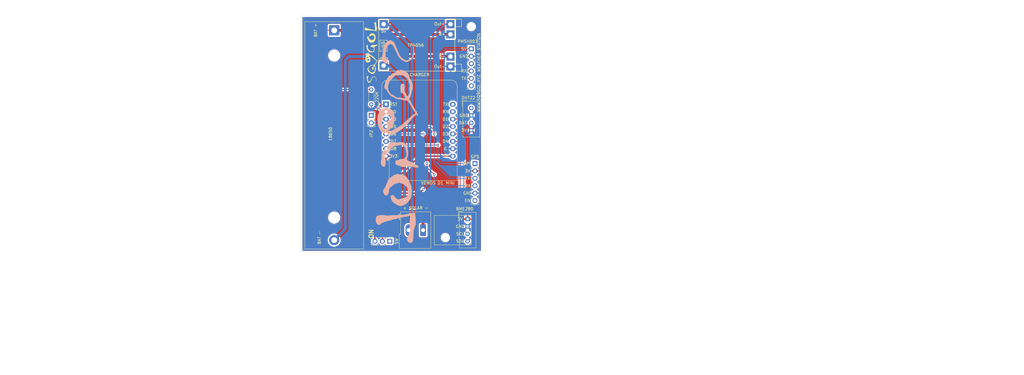
<source format=kicad_pcb>
(kicad_pcb (version 20171130) (host pcbnew "(5.1.4)-1")
  (layers (0 F.Cu signal) (31 B.Cu signal) (34 B.Paste user) (35 F.Paste user) (36 B.SilkS user hide) (37 F.SilkS user) (38 B.Mask user) (39 F.Mask user) (44 Edge.Cuts user))
  (net 0 "")
  (net 1 /GND)
  (net 2 /3V3)
  (module Connector_PinHeader_2.54mm:PinHeader_1x06_P2.54mm_Vertical (layer F.Cu) (at 154.94 68.58)
    (fp_text reference PMSX003 (at -1.27 -2.54) (layer F.SilkS))
    (fp_text value PinHeader_1x06_P2.54mm_Vertical)
    (pad 6 thru_hole oval (at 0 12.7) (size 1.7 1.7) (drill 1) (layers *.Cu *.Mask))
    (pad 5 thru_hole oval (at 0 10.16) (size 1.7 1.7) (drill 1) (layers *.Cu *.Mask))
    (pad 4 thru_hole oval (at 0 7.62) (size 1.7 1.7) (drill 1) (layers *.Cu *.Mask))
    (pad 3 thru_hole oval (at 0 5.08) (size 1.7 1.7) (drill 1) (layers *.Cu *.Mask))
    (pad 2 thru_hole oval (at 0 2.54) (size 1.7 1.7) (drill 1) (layers *.Cu *.Mask) (net 1 /GND))
    (pad 1 thru_hole rect (at 0 0) (size 1.7 1.7) (drill 1) (layers *.Cu *.Mask))
  )
  (module Connector_PinHeader_2.54mm:PinHeader_1x06_P2.54mm_Vertical (layer F.Cu) (at 156.21 107.95)
    (fp_text reference GPS (at 0 -2.33) (layer F.SilkS))
    (fp_text value PinHeader_1x06_P2.54mm_Vertical)
    (pad 6 thru_hole oval (at 0 12.7) (size 1.7 1.7) (drill 1) (layers *.Cu *.Mask))
    (pad 5 thru_hole oval (at 0 10.16) (size 1.7 1.7) (drill 1) (layers *.Cu *.Mask) (net 1 /GND))
    (pad 4 thru_hole oval (at 0 7.62) (size 1.7 1.7) (drill 1) (layers *.Cu *.Mask))
    (pad 3 thru_hole oval (at 0 5.08) (size 1.7 1.7) (drill 1) (layers *.Cu *.Mask))
    (pad 2 thru_hole oval (at 0 2.54) (size 1.7 1.7) (drill 1) (layers *.Cu *.Mask) (net 2 /3V3))
    (pad 1 thru_hole rect (at 0 0) (size 1.7 1.7) (drill 1) (layers *.Cu *.Mask))
  )
  (module Sensor:Aosong_DHT11_5.5x12.0_P2.54mm (layer F.Cu) (at 154.94 88.9)
    (fp_text reference DHT22 (at -1 -3.5) (layer F.SilkS))
    (fp_text value Aosong_DHT11_5.5x12.0_P2.54mm)
    (pad 4 thru_hole circle (at 0 7.62) (size 1.5 1.5) (drill 0.8) (layers *.Cu *.Mask) (net 2 /3V3))
    (pad 3 thru_hole circle (at 0 5.08) (size 1.5 1.5) (drill 0.8) (layers *.Cu *.Mask))
    (pad 2 thru_hole circle (at 0 2.54) (size 1.5 1.5) (drill 0.8) (layers *.Cu *.Mask) (net 1 /GND))
    (pad 1 thru_hole circle (at 0 0) (size 1.5 1.5) (drill 0.8) (layers *.Cu *.Mask))
  )
  (module MountingHole:MountingHole_2.2mm_M2 (layer F.Cu) (at 146.05 133.35)
    (fp_text reference REF** hide)
    (fp_text value MountingHole_2.2mm_M2)
    (pad 1 np_thru_hole circle (at 0 0) (size 2.2 2.2) (drill 2.2) (layers *.Cu *.Mask))
  )
  (module "" (layer F.Cu) (at 189.23 119.38)
    (fp_text reference "" (at 154.94 60.96) (layer F.SilkS) (effects (font (size 1.27 1.27))))
    (fp_text value "" (at 154.94 60.96) (layer F.SilkS) (effects (font (size 1.27 1.27))))
  )
  (module MountingHole:MountingHole_2.2mm_M2 (layer F.Cu) (at 154.94 60.96)
    (fp_text reference REF** hide)
    (fp_text value MountingHole_2.2mm_M2)
    (pad 1 np_thru_hole circle (at 0 0) (size 2.2 2.2) (drill 2.2) (layers *.Cu *.Mask))
  )
  (module Connector_PinSocket_2.54mm:PinSocket_1x02_P2.54mm_Vertical (layer F.Cu) (at 120.65 91.44)
    (fp_text reference REF** hide)
    (fp_text value PinSocket_1x02_P2.54mm_Vertical)
    (pad 2 thru_hole oval (at 0 2.54) (size 1.7 1.7) (drill 1) (layers *.Cu *.Mask))
    (pad 1 thru_hole rect (at 0 0) (size 1.7 1.7) (drill 1) (layers *.Cu *.Mask))
  )
  (module Connector_PinHeader_2.54mm:PinHeader_1x03_P2.54mm_Vertical (layer F.Cu) (at 127 134.62 270)
    (fp_text reference SW (at 0 -2.33 90) (layer F.SilkS))
    (fp_text value PinHeader_1x03_P2.54mm_Vertical)
    (pad 3 thru_hole oval (at 0 5.08 270) (size 1.7 1.7) (drill 1) (layers *.Cu *.Mask))
    (pad 2 thru_hole oval (at 0 2.54 270) (size 1.7 1.7) (drill 1) (layers *.Cu *.Mask))
    (pad 1 thru_hole rect (at 0 0 270) (size 1.7 1.7) (drill 1) (layers *.Cu *.Mask))
  )
  (module Sensor:A2 (layer B.Cu) (at 129.54 100.33 270)
    (fp_text reference G*** hide)
    (fp_text value LOGO hide)
  )
  (module Sensor:A1 (layer F.Cu) (at 120.65 69.85 90)
    (fp_text reference G*** hide)
    (fp_text value LOGO hide)
  )
  (module Module:WEMOS_D1_mini_light (layer F.Cu) (at 125.73 87.63)
    (fp_text reference "VEMOS D1 MINI" (at 17.78 27) (layer F.SilkS))
    (fp_text value WEMOS_D1_mini_light)
    (pad 16 thru_hole oval (at 22.86 0) (size 2 1.6) (drill 1) (layers *.Cu *.Mask))
    (pad 15 thru_hole oval (at 22.86 2.54) (size 2 1.6) (drill 1) (layers *.Cu *.Mask))
    (pad 14 thru_hole oval (at 22.86 5.08) (size 2 1.6) (drill 1) (layers *.Cu *.Mask))
    (pad 13 thru_hole oval (at 22.86 7.62) (size 2 1.6) (drill 1) (layers *.Cu *.Mask))
    (pad 12 thru_hole oval (at 22.86 10.16) (size 2 1.6) (drill 1) (layers *.Cu *.Mask))
    (pad 11 thru_hole oval (at 22.86 12.7) (size 2 1.6) (drill 1) (layers *.Cu *.Mask))
    (pad 10 thru_hole oval (at 22.86 15.24) (size 2 1.6) (drill 1) (layers *.Cu *.Mask) (net 1 /GND))
    (pad 9 thru_hole oval (at 22.86 17.78) (size 2 1.6) (drill 1) (layers *.Cu *.Mask))
    (pad 8 thru_hole oval (at 0 17.78) (size 2 1.6) (drill 1) (layers *.Cu *.Mask) (net 2 /3V3))
    (pad 7 thru_hole oval (at 0 15.24) (size 2 1.6) (drill 1) (layers *.Cu *.Mask))
    (pad 6 thru_hole oval (at 0 12.7) (size 2 1.6) (drill 1) (layers *.Cu *.Mask))
    (pad 5 thru_hole oval (at 0 10.16) (size 2 1.6) (drill 1) (layers *.Cu *.Mask))
    (pad 4 thru_hole oval (at 0 7.62) (size 2 1.6) (drill 1) (layers *.Cu *.Mask))
    (pad 3 thru_hole oval (at 0 5.08) (size 2 1.6) (drill 1) (layers *.Cu *.Mask))
    (pad 1 thru_hole rect (at 0 0) (size 2 2) (drill 1) (layers *.Cu *.Mask))
    (pad 2 thru_hole oval (at 0 2.54) (size 2 1.6) (drill 1) (layers *.Cu *.Mask))
  )
  (module Battery:BatteryHolder_MPD_BH-18650-PC2 (layer F.Cu) (at 107.95 62.23 270)
    (fp_text reference "BAT +" (at 0 6.35 90) (layer F.SilkS))
    (fp_text value BatteryHolder_MPD_BH-18650-PC2)
    (fp_text user "BAT -" (at 71.12 5.08 90) (layer F.SilkS))
    (pad "" np_thru_hole circle (at 64.255 0 270) (size 3.2 3.2) (drill 3.2) (layers *.Cu *.Mask))
    (pad "" np_thru_hole circle (at 8.645 0 270) (size 3.2 3.2) (drill 3.2) (layers *.Cu *.Mask))
    (pad 1 thru_hole rect (at 0 0 270) (size 3.5 3.5) (drill 2) (layers *.Cu *.Mask))
    (pad 2 thru_hole circle (at 72 0 270) (size 3.5 3.5) (drill 2) (layers *.Cu *.Mask))
  )
  (module "" (layer F.Cu) (at 96.52 52.07)
    (fp_text reference "" (at -6.35 77.47) (layer F.SilkS) (effects (font (size 1.27 1.27))))
    (fp_text value "" (at -6.35 77.47) (layer F.SilkS) (effects (font (size 1.27 1.27))))
  )
  (module "" (layer F.Cu) (at -6.35 77.47)
    (fp_text reference "" (at 107.95 62.23) (layer F.SilkS) (effects (font (size 1.27 1.27))))
    (fp_text value "" (at 107.95 62.23) (layer F.SilkS) (effects (font (size 1.27 1.27))))
  )
  (module Sensor:Aosong_DHT11_5.5x12.0_P2.54mm (layer F.Cu) (at 153.67 127)
    (fp_text reference BME280 (at -1 -3.5) (layer F.SilkS))
    (fp_text value Aosong_DHT11_5.5x12.0_P2.54mm)
    (pad 4 thru_hole circle (at 0 7.62) (size 1.5 1.5) (drill 0.8) (layers *.Cu *.Mask))
    (pad 3 thru_hole circle (at 0 5.08) (size 1.5 1.5) (drill 0.8) (layers *.Cu *.Mask))
    (pad 2 thru_hole circle (at 0 2.54) (size 1.5 1.5) (drill 0.8) (layers *.Cu *.Mask) (net 1 /GND))
    (pad 1 thru_hole rect (at 0 0) (size 1.5 1.5) (drill 0.8) (layers *.Cu *.Mask) (net 2 /3V3))
  )
  (module TP:TP4056-18650 (layer F.Cu) (at 123.19 58.42)
    (fp_text reference CHARGER (at 13.97 19.05) (layer F.SilkS))
    (fp_text value TP4056-18650)
    (fp_text user TP4056 (at 12.7 8.9) (layer F.SilkS))
    (fp_text user GND (at 1.8 13.7) (layer F.SilkS))
    (fp_text user 5v (at 1.7 4.1) (layer F.SilkS))
    (fp_text user B+ (at 21.7 5.1) (layer F.SilkS))
    (fp_text user B- (at 21.7 12.7) (layer F.SilkS))
    (fp_text user Out+ (at 20.9 1.6) (layer F.SilkS))
    (fp_text user Out- (at 20.9 16.2) (layer F.SilkS))
    (fp_text user USB (at 1.6 9.1 90) (layer F.SilkS))
    (fp_text user - (at 4 16.8) (layer F.SilkS))
    (fp_text user + (at 3.9 1.6) (layer F.SilkS))
    (pad 6 thru_hole rect (at 24.6 12.8) (size 2.8 2.8) (drill 1.54) (layers *.Cu *.Mask))
    (pad 5 thru_hole rect (at 24.6 5.2) (size 2.8 2.8) (drill 1.54) (layers *.Cu *.Mask))
    (pad 4 thru_hole rect (at 24.6 16.2) (size 2.8 2.8) (drill 1.54) (layers *.Cu *.Mask) (net 1 /GND))
    (pad 3 thru_hole rect (at 24.6 1.7) (size 2.8 2.8) (drill 1.54) (layers *.Cu *.Mask))
    (pad 2 thru_hole rect (at 1.7 15.9) (size 2.8 2.8) (drill 1.54) (layers *.Cu *.Mask))
    (pad 1 thru_hole rect (at 1.7 1.7) (size 2.8 2.8) (drill 1.54) (layers *.Cu *.Mask))
  )
  (module TerminalBlock:TerminalBlock_Altech_AK300-2_P5.00mm (layer F.Cu) (at 138.43 130.81 180)
    (fp_text reference "+ SOLAR -" (at 2.54 7.62) (layer F.SilkS))
    (fp_text value TerminalBlock_Altech_AK300-2_P5.00mm)
    (pad 2 thru_hole oval (at 5 0 180) (size 1.98 3.96) (drill 1.32) (layers *.Cu *.Mask))
    (pad 1 thru_hole rect (at 0 0 180) (size 1.98 3.96) (drill 1.32) (layers *.Cu *.Mask))
  )
  (module Resistor_THT:R_Axial_DIN0204_L3.6mm_D1.6mm_P5.08mm_Horizontal (layer F.Cu) (at 120.65 82.55 270)
    (fp_text reference 220K (at 2.54 -1.92 90) (layer F.SilkS))
    (fp_text value JP2 (at 15.24 0 90) (layer F.SilkS))
    (pad 2 thru_hole oval (at 5.08 0 270) (size 1.4 1.4) (drill 0.7) (layers *.Cu *.Mask))
    (pad 1 thru_hole circle (at 0 0 270) (size 1.4 1.4) (drill 0.7) (layers *.Cu *.Mask))
  )
  (gr_text EN (at 153.67 120.65) (layer F.SilkS) (effects (font (size 1 1))))
  (gr_text GND (at 153.67 118.11) (layer F.SilkS) (effects (font (size 1 1))))
  (gr_text RX (at 153.67 115.57) (layer F.SilkS) (effects (font (size 1 1))))
  (gr_text TX (at 153.67 113.03) (layer F.SilkS) (effects (font (size 1 1))))
  (gr_text 3V (at 153.67 110.49) (layer F.SilkS) (effects (font (size 1 1))))
  (gr_text PPS (at 153.67 107.95) (layer F.SilkS) (effects (font (size 1 1))))
  (gr_text TX (at 152.4 78.74) (layer F.SilkS) (effects (font (size 1 1))))
  (gr_text RX (at 152.4 76.2) (layer F.SilkS) (effects (font (size 1 1))))
  (gr_text GND (at 152.4 71.12) (layer F.SilkS) (effects (font (size 1 1))))
  (gr_text 5V (at 152.4 68.58) (layer F.SilkS) (effects (font (size 1 1))))
  (gr_text SDA (at 151.13 134.62) (layer F.SilkS) (effects (font (size 1 1))))
  (gr_text SCL (at 151.13 132.08) (layer F.SilkS) (effects (font (size 1 1))))
  (gr_text GND (at 151.13 129.54) (layer F.SilkS) (effects (font (size 1 1))))
  (gr_text 3V (at 151.13 127) (layer F.SilkS) (effects (font (size 1 1))))
  (gr_text 3V (at 152.4 96.52) (layer F.SilkS) (effects (font (size 1 1))))
  (gr_text DATA (at 152.4 93.98) (layer F.SilkS) (effects (font (size 1 1))))
  (gr_text GND (at 152.4 91.44) (layer F.SilkS) (effects (font (size 1 1))))
  (gr_line (start 158.75 57.15) (end 96.52 57.15) (layer Edge.Cuts) (width 0.05))
  (gr_line (start 158.75 138.43) (end 158.75 57.15) (layer Edge.Cuts) (width 0.05))
  (gr_line (start 96.52 138.43) (end 158.75 138.43) (layer Edge.Cuts) (width 0.05))
  (gr_line (start 96.52 57.15) (end 96.52 138.43) (layer Edge.Cuts) (width 0.05))
  (gr_text "WEATHER STATION" (at 157.48 69.85 90) (layer F.SilkS) (effects (font (size 1 1))))
  (gr_text WWW.SQ9GOL.XYZ (at 157.48 83.82 90) (layer F.SilkS) (effects (font (size 1 1))))
  (gr_text D8 (at 128.27 102.87) (layer F.SilkS) (effects (font (size 1 1))))
  (gr_text 18650 (at 106.68 97.79 90) (layer F.SilkS) (effects (font (size 1 1))))
  (gr_text 5V (at 146.05 105.41) (layer F.SilkS) (effects (font (size 1 1))))
  (gr_text G (at 146.05 102.87) (layer F.SilkS) (effects (font (size 1 1))))
  (gr_text D4 (at 146.05 100.33) (layer F.SilkS) (effects (font (size 1 1))))
  (gr_text D3 (at 146.05 97.79) (layer F.SilkS) (effects (font (size 1 1))))
  (gr_text D2 (at 146.05 95.25) (layer F.SilkS) (effects (font (size 1 1))))
  (gr_text D1 (at 146.05 92.71) (layer F.SilkS) (effects (font (size 1 1))))
  (gr_text RX (at 146.05 90.17) (layer F.SilkS) (effects (font (size 1 1))))
  (gr_text TX (at 146.05 87.63) (layer F.SilkS) (effects (font (size 1 1))))
  (gr_text 3V3 (at 128.27 105.41) (layer F.SilkS) (effects (font (size 1 1))))
  (gr_text D7 (at 128.27 100.33) (layer F.SilkS) (effects (font (size 1 1))))
  (gr_text D6 (at 128.27 97.79) (layer F.SilkS) (effects (font (size 1 1))))
  (gr_text D5 (at 128.27 95.25) (layer F.SilkS) (effects (font (size 1 1))))
  (gr_text D0 (at 128.27 92.71) (layer F.SilkS) (effects (font (size 1 1))))
  (gr_text A0 (at 128.27 90.17) (layer F.SilkS) (effects (font (size 1 1))))
  (gr_text RST (at 128.27 87.63) (layer F.SilkS) (effects (font (size 1 1))))
  (gr_line (start 142.24 135.89) (end 142.24 125.73) (layer F.SilkS) (width 0.12))
  (gr_line (start 154.94 135.89) (end 142.24 135.89) (layer F.SilkS) (width 0.12))
  (gr_line (start 154.94 125.73) (end 154.94 135.89) (layer F.SilkS) (width 0.12))
  (gr_line (start 142.24 125.73) (end 154.94 125.73) (layer F.SilkS) (width 0.12))
  (gr_text ON (at 120.65 132.08 -270) (layer F.SilkS) (effects (font (size 1.5 1.5) (thickness 0.3))))
  (segment (start 134.62 68.2) (end 134.62 129.62) (width 1) (layer B.Cu) (net 0))
  (segment (start 124.89 60.12) (end 126.54 60.12) (width 1) (layer B.Cu) (net 0))
  (segment (start 126.54 60.12) (end 134.62 68.2) (width 1) (layer B.Cu) (net 0))
  (via (at 132.08 120.65) (size 0.8) (drill 0.4) (layers F.Cu B.Cu) (net 0))
  (segment (start 132.08 80.01) (end 132.08 120.65) (width 1) (layer B.Cu) (net 0))
  (segment (start 132.08 120.65) (end 132.08 123.19) (width 1) (layer F.Cu) (net 0))
  (segment (start 132.08 123.19) (end 133.35 124.46) (width 1) (layer F.Cu) (net 0))
  (segment (start 133.35 124.46) (end 137.16 124.46) (width 1) (layer F.Cu) (net 0))
  (segment (start 137.16 124.46) (end 138.43 125.73) (width 1) (layer F.Cu) (net 0))
  (segment (start 138.43 125.73) (end 138.43 130.81) (width 1) (layer F.Cu) (net 0))
  (segment (start 134.62 129.62) (end 133.43 130.81) (width 1) (layer B.Cu) (net 0))
  (segment (start 132.08 79.86) (end 132.08 80.01) (width 0.25) (layer B.Cu) (net 0))
  (segment (start 126.54 74.32) (end 132.08 79.86) (width 1) (layer B.Cu) (net 0))
  (segment (start 124.89 74.32) (end 126.54 74.32) (width 1) (layer B.Cu) (net 0))
  (segment (start 147.69 71.12) (end 147.79 71.22) (width 1) (layer F.Cu) (net 0))
  (segment (start 148.59 105.41) (end 137.16 105.41) (width 0.5) (layer F.Cu) (net 0))
  (segment (start 121.92 120.65) (end 121.92 134.62) (width 0.5) (layer F.Cu) (net 0))
  (segment (start 137.16 105.41) (end 121.92 120.65) (width 0.5) (layer F.Cu) (net 0))
  (segment (start 146.14 60.12) (end 140.97 65.29) (width 0.5) (layer B.Cu) (net 0))
  (segment (start 140.97 65.29) (end 140.97 114.3) (width 0.5) (layer B.Cu) (net 0))
  (via (at 138.43 116.84) (size 0.8) (drill 0.4) (layers F.Cu B.Cu) (net 0))
  (segment (start 140.97 114.3) (end 138.43 116.84) (width 0.5) (layer B.Cu) (net 0))
  (segment (start 138.43 116.84) (end 137.16 118.11) (width 0.5) (layer F.Cu) (net 0))
  (segment (start 137.16 118.11) (end 129.54 118.11) (width 0.5) (layer F.Cu) (net 0))
  (segment (start 129.54 118.11) (end 127 120.65) (width 0.5) (layer F.Cu) (net 0))
  (segment (start 107.95 62.23) (end 110.7 62.23) (width 1) (layer F.Cu) (net 0))
  (segment (start 110.7 62.23) (end 112.09 63.62) (width 1) (layer F.Cu) (net 0))
  (segment (start 107.56 62.62) (end 107.95 62.23) (width 0.25) (layer B.Cu) (net 0))
  (segment (start 107.95 62.23) (end 105.41 62.23) (width 0.25) (layer F.Cu) (net 0))
  (segment (start 105.41 62.23) (end 104.14 63.5) (width 0.25) (layer F.Cu) (net 0))
  (segment (start 107.56 134.62) (end 107.95 134.23) (width 0.25) (layer B.Cu) (net 0))
  (segment (start 111.76 130.42) (end 107.95 134.23) (width 1) (layer B.Cu) (net 0))
  (segment (start 111.76 72.39) (end 111.76 130.42) (width 1) (layer B.Cu) (net 0))
  (segment (start 112.93 71.22) (end 111.76 72.39) (width 1) (layer B.Cu) (net 0))
  (via (at 119.38 71.12) (size 0.8) (drill 0.4) (layers F.Cu B.Cu) (net 0))
  (segment (start 119.38 71.12) (end 147.69 71.12) (width 1) (layer F.Cu) (net 0))
  (segment (start 119.28 71.22) (end 119.38 71.12) (width 1) (layer B.Cu) (net 0))
  (segment (start 112.93 71.22) (end 119.28 71.22) (width 1) (layer B.Cu) (net 0))
  (segment (start 112.09 63.62) (end 147.79 63.62) (width 1) (layer F.Cu) (net 0))
  (segment (start 146.14 60.12) (end 147.79 60.12) (width 0.5) (layer B.Cu) (net 0))
  (segment (start 120.65 82.55) (end 105.41 82.55) (width 0.25) (layer F.Cu) (net 0))
  (segment (start 105.41 82.55) (end 104.14 81.28) (width 0.25) (layer F.Cu) (net 0))
  (segment (start 104.14 81.28) (end 104.14 63.5) (width 0.25) (layer F.Cu) (net 0))
  (segment (start 120.65 87.63) (end 120.65 88.9) (width 0.25) (layer F.Cu) (net 0))
  (segment (start 125.73 87.63) (end 124.46 87.63) (width 0.25) (layer B.Cu) (net 0))
  (segment (start 124.46 87.63) (end 120.65 91.44) (width 0.25) (layer B.Cu) (net 0))
  (segment (start 151.13 129.54) (end 153.67 132.08) (width 0.25) (layer F.Cu) (net 0))
  (segment (start 156.21 132.08) (end 153.67 134.62) (width 0.25) (layer F.Cu) (net 0))
  (segment (start 120.65 93.98) (end 121.92 93.98) (width 0.25) (layer B.Cu) (net 0))
  (segment (start 123.19 92.71) (end 125.73 92.71) (width 0.25) (layer B.Cu) (net 0))
  (segment (start 121.92 93.98) (end 123.19 92.71) (width 0.25) (layer B.Cu) (net 0))
  (segment (start 120.65 88.9) (end 123.19 88.9) (width 0.25) (layer F.Cu) (net 0))
  (segment (start 124.46 90.17) (end 125.73 90.17) (width 0.25) (layer F.Cu) (net 0))
  (segment (start 123.19 88.9) (end 124.46 90.17) (width 0.25) (layer F.Cu) (net 0))
  (segment (start 124.46 134.62) (end 124.46 130.81) (width 0.5) (layer F.Cu) (net 0))
  (segment (start 124.46 130.81) (end 127 128.27) (width 0.5) (layer F.Cu) (net 0))
  (segment (start 127 120.65) (end 127 128.27) (width 0.5) (layer F.Cu) (net 0))
  (segment (start 148.59 100.33) (end 149.86 100.33) (width 0.25) (layer F.Cu) (net 0))
  (segment (start 149.86 100.33) (end 151.13 101.6) (width 0.25) (layer F.Cu) (net 0))
  (segment (start 151.13 101.6) (end 151.13 129.54) (width 0.25) (layer F.Cu) (net 0))
  (segment (start 148.59 97.79) (end 149.86 97.79) (width 0.25) (layer F.Cu) (net 0))
  (segment (start 149.86 97.79) (end 152.4 100.33) (width 0.25) (layer F.Cu) (net 0))
  (segment (start 152.4 100.33) (end 152.4 123.19) (width 0.25) (layer F.Cu) (net 0))
  (segment (start 152.4 123.19) (end 153.67 124.46) (width 0.25) (layer F.Cu) (net 0))
  (segment (start 153.67 124.46) (end 154.94 124.46) (width 0.25) (layer F.Cu) (net 0))
  (segment (start 156.21 125.73) (end 156.21 132.08) (width 0.25) (layer F.Cu) (net 0))
  (segment (start 154.94 124.46) (end 156.21 125.73) (width 0.25) (layer F.Cu) (net 0))
  (segment (start 125.73 100.33) (end 128.27 100.33) (width 0.25) (layer F.Cu) (net 0))
  (segment (start 128.27 100.33) (end 129.54 101.6) (width 0.25) (layer F.Cu) (net 0))
  (via (at 143.51 101.6) (size 0.8) (drill 0.4) (layers F.Cu B.Cu) (net 0))
  (segment (start 129.54 101.6) (end 143.51 101.6) (width 0.25) (layer F.Cu) (net 0))
  (segment (start 152.4 96.52) (end 154.94 93.98) (width 0.25) (layer B.Cu) (net 0))
  (segment (start 152.4 97.79) (end 152.4 96.52) (width 0.25) (layer B.Cu) (net 0))
  (segment (start 143.51 106.68) (end 144.78 107.95) (width 0.25) (layer B.Cu) (net 0))
  (segment (start 143.51 101.6) (end 143.51 106.68) (width 0.25) (layer B.Cu) (net 0))
  (segment (start 144.78 107.95) (end 152.4 107.95) (width 0.25) (layer B.Cu) (net 0))
  (segment (start 152.4 107.95) (end 153.67 106.68) (width 0.25) (layer B.Cu) (net 0))
  (segment (start 153.67 106.68) (end 153.67 99.06) (width 0.25) (layer B.Cu) (net 0))
  (segment (start 153.67 99.06) (end 152.4 97.79) (width 0.25) (layer B.Cu) (net 0))
  (segment (start 154.94 78.74) (end 153.67 78.74) (width 0.25) (layer F.Cu) (net 0))
  (segment (start 153.67 78.74) (end 151.13 81.28) (width 0.25) (layer F.Cu) (net 0))
  (segment (start 151.13 81.28) (end 151.13 91.44) (width 0.25) (layer F.Cu) (net 0))
  (segment (start 149.86 92.71) (end 148.59 92.71) (width 0.25) (layer F.Cu) (net 0))
  (segment (start 151.13 91.44) (end 149.86 92.71) (width 0.25) (layer F.Cu) (net 0))
  (segment (start 154.94 76.2) (end 153.67 76.2) (width 0.25) (layer F.Cu) (net 0))
  (segment (start 153.67 76.2) (end 146.05 83.82) (width 0.25) (layer F.Cu) (net 0))
  (segment (start 146.05 83.82) (end 146.05 93.98) (width 0.25) (layer F.Cu) (net 0))
  (segment (start 147.32 95.25) (end 148.59 95.25) (width 0.25) (layer F.Cu) (net 0))
  (segment (start 146.05 93.98) (end 147.32 95.25) (width 0.25) (layer F.Cu) (net 0))
  (segment (start 146.05 105.41) (end 148.59 105.41) (width 0.25) (layer B.Cu) (net 0))
  (segment (start 144.78 104.14) (end 146.05 105.41) (width 0.25) (layer B.Cu) (net 0))
  (segment (start 144.78 69.85) (end 144.78 104.14) (width 0.25) (layer B.Cu) (net 0))
  (segment (start 154.94 68.58) (end 146.05 68.58) (width 0.25) (layer B.Cu) (net 0))
  (segment (start 146.05 68.58) (end 144.78 69.85) (width 0.25) (layer B.Cu) (net 0))
  (segment (start 156.21 113.03) (end 147.32 113.03) (width 0.25) (layer B.Cu) (net 0))
  (segment (start 147.32 113.03) (end 143.51 109.22) (width 0.25) (layer B.Cu) (net 0))
  (segment (start 143.51 109.22) (end 142.24 107.95) (width 0.25) (layer B.Cu) (net 0))
  (segment (start 142.24 107.95) (end 142.24 99.06) (width 0.25) (layer B.Cu) (net 0))
  (via (at 142.24 97.79) (size 0.8) (drill 0.4) (layers F.Cu B.Cu) (net 0))
  (segment (start 142.24 99.06) (end 142.24 97.79) (width 0.25) (layer B.Cu) (net 0))
  (segment (start 142.24 97.79) (end 142.24 96.52) (width 0.25) (layer F.Cu) (net 0))
  (segment (start 140.97 95.25) (end 125.73 95.25) (width 0.25) (layer F.Cu) (net 0))
  (segment (start 142.24 96.52) (end 140.97 95.25) (width 0.25) (layer F.Cu) (net 0))
  (segment (start 156.21 115.57) (end 143.51 115.57) (width 0.25) (layer B.Cu) (net 0))
  (segment (start 143.51 115.57) (end 142.24 114.3) (width 0.25) (layer B.Cu) (net 0))
  (via (at 142.24 111.76) (size 0.8) (drill 0.4) (layers F.Cu B.Cu) (net 0))
  (segment (start 142.24 114.3) (end 142.24 111.76) (width 0.25) (layer B.Cu) (net 0))
  (segment (start 142.24 111.76) (end 139.7 109.22) (width 0.25) (layer F.Cu) (net 0))
  (via (at 139.7 107.95) (size 0.8) (drill 0.4) (layers F.Cu B.Cu) (net 0))
  (segment (start 139.7 109.22) (end 139.7 107.95) (width 0.25) (layer F.Cu) (net 0))
  (segment (start 139.7 107.95) (end 139.7 99.06) (width 0.25) (layer B.Cu) (net 0))
  (via (at 138.43 97.79) (size 0.8) (drill 0.4) (layers F.Cu B.Cu) (net 0))
  (segment (start 139.7 99.06) (end 138.43 97.79) (width 0.25) (layer B.Cu) (net 0))
  (segment (start 138.43 97.79) (end 125.73 97.79) (width 0.25) (layer F.Cu) (net 0))
  (segment (start 146.14 74.62) (end 147.79 74.62) (width 0.25) (layer F.Cu) (net 1))
  (zone (net 1) (net_name /GND) (layer B.Cu) (connect_pads (clearance 0.508)) (min_thickness 0.254) (fill yes (arc_segments 32) (thermal_gap 0.508) (thermal_bridge_width 0.508))
    (polygon (pts (xy 96.52 57.15) (xy 96.52 138.43) (xy 158.75 138.43) (xy 158.75 57.15)))
  )
  (zone (net 2) (net_name /3V3) (layer F.Cu) (connect_pads (clearance 0.508)) (min_thickness 0.254) (fill yes (arc_segments 32) (thermal_gap 0.508) (thermal_bridge_width 0.508))
    (polygon (pts (xy 96.52 57.15) (xy 96.52 138.43) (xy 158.75 138.43) (xy 158.75 57.15)))
  )
)
</source>
